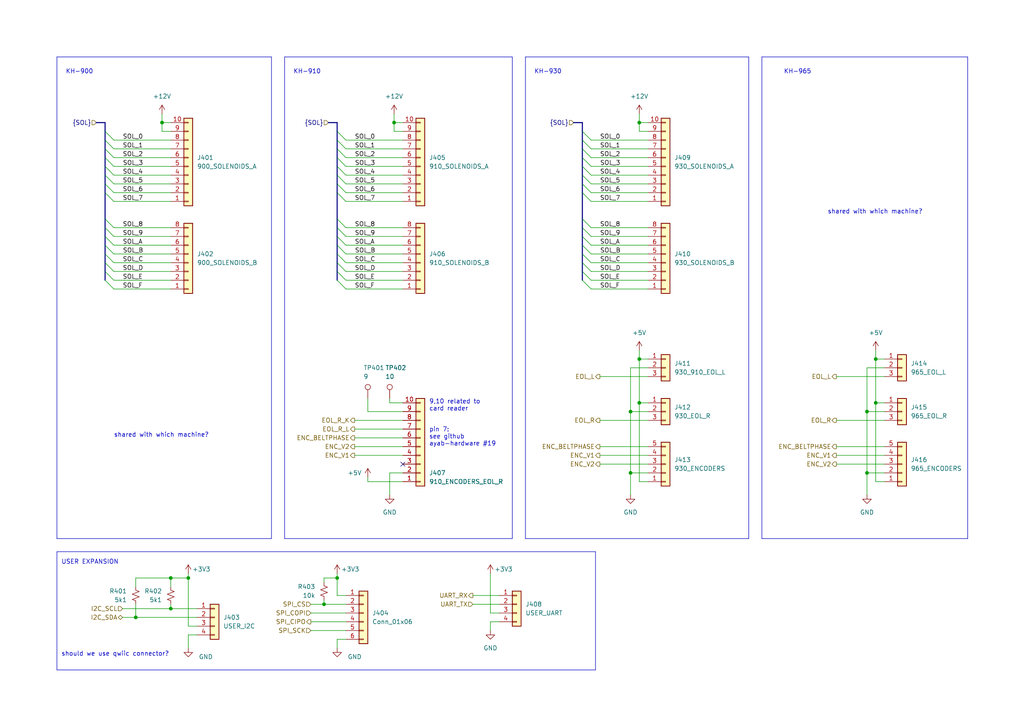
<source format=kicad_sch>
(kicad_sch (version 20230121) (generator eeschema)
  (paper "A4")
  (title_block (title "CONNECTORS") (date "2023-07-17") (rev "0.1") (company "matei") (comment 1 "ayab-knitting.com") (comment 2 "distributed under CC-BY-SA-4.0"))
  (lib_symbols
    (symbol "ayab-esp32:Conn_01x03" (pin_names (offset 1.016) hide)
      (property "Reference" "J" (at 0 5.08 0))
      (property "Value" "Conn_01x03" (at 0 -5.08 0))
      (symbol "Conn_01x03_1_1"
        (rectangle (start -1.27 -2.413) (end 0 -2.667) (stroke (width 0.1524)))
        (rectangle (start -1.27 0.127) (end 0 -0.127) (stroke (width 0.1524)))
        (rectangle (start -1.27 2.667) (end 0 2.413) (stroke (width 0.1524)))
        (rectangle (start -1.27 3.81) (end 1.27 -3.81) (stroke (width 0.254)) (fill (type background)))
        (pin passive line (at -5.08 2.54 0) (length 3.81) (name "Pin_1") (number "1"))
        (pin passive line (at -5.08 0 0) (length 3.81) (name "Pin_2") (number "2"))
        (pin passive line (at -5.08 -2.54 0) (length 3.81) (name "Pin_3") (number "3"))
      )
    )
    (symbol "ayab-esp32:Conn_01x04" (pin_names (offset 1.016) hide)
      (property "Reference" "J" (at 0 5.08 0))
      (property "Value" "Conn_01x04" (at 0 -7.62 0))
      (symbol "Conn_01x04_1_1"
        (rectangle (start -1.27 -4.953) (end 0 -5.207) (stroke (width 0.1524)))
        (rectangle (start -1.27 -2.413) (end 0 -2.667) (stroke (width 0.1524)))
        (rectangle (start -1.27 0.127) (end 0 -0.127) (stroke (width 0.1524)))
        (rectangle (start -1.27 2.667) (end 0 2.413) (stroke (width 0.1524)))
        (rectangle (start -1.27 3.81) (end 1.27 -6.35) (stroke (width 0.254)) (fill (type background)))
        (pin passive line (at -5.08 2.54 0) (length 3.81) (name "Pin_1") (number "1"))
        (pin passive line (at -5.08 0 0) (length 3.81) (name "Pin_2") (number "2"))
        (pin passive line (at -5.08 -2.54 0) (length 3.81) (name "Pin_3") (number "3"))
        (pin passive line (at -5.08 -5.08 0) (length 3.81) (name "Pin_4") (number "4"))
      )
    )
    (symbol "ayab-esp32:Conn_01x05" (pin_names (offset 1.016) hide)
      (property "Reference" "J" (at 0 7.62 0))
      (property "Value" "Conn_01x05" (at 0 -7.62 0))
      (symbol "Conn_01x05_1_1"
        (rectangle (start -1.27 -4.953) (end 0 -5.207) (stroke (width 0.1524)))
        (rectangle (start -1.27 -2.413) (end 0 -2.667) (stroke (width 0.1524)))
        (rectangle (start -1.27 0.127) (end 0 -0.127) (stroke (width 0.1524)))
        (rectangle (start -1.27 2.667) (end 0 2.413) (stroke (width 0.1524)))
        (rectangle (start -1.27 5.207) (end 0 4.953) (stroke (width 0.1524)))
        (rectangle (start -1.27 6.35) (end 1.27 -6.35) (stroke (width 0.254)) (fill (type background)))
        (pin passive line (at -5.08 5.08 0) (length 3.81) (name "Pin_1") (number "1"))
        (pin passive line (at -5.08 2.54 0) (length 3.81) (name "Pin_2") (number "2"))
        (pin passive line (at -5.08 0 0) (length 3.81) (name "Pin_3") (number "3"))
        (pin passive line (at -5.08 -2.54 0) (length 3.81) (name "Pin_4") (number "4"))
        (pin passive line (at -5.08 -5.08 0) (length 3.81) (name "Pin_5") (number "5"))
      )
    )
    (symbol "ayab-esp32:Conn_01x06" (pin_names (offset 1.016) hide)
      (property "Reference" "J" (at 0 7.62 0))
      (property "Value" "Conn_01x06" (at 0 -10.16 0))
      (symbol "Conn_01x06_1_1"
        (rectangle (start -1.27 -7.493) (end 0 -7.747) (stroke (width 0.1524)))
        (rectangle (start -1.27 -4.953) (end 0 -5.207) (stroke (width 0.1524)))
        (rectangle (start -1.27 -2.413) (end 0 -2.667) (stroke (width 0.1524)))
        (rectangle (start -1.27 0.127) (end 0 -0.127) (stroke (width 0.1524)))
        (rectangle (start -1.27 2.667) (end 0 2.413) (stroke (width 0.1524)))
        (rectangle (start -1.27 5.207) (end 0 4.953) (stroke (width 0.1524)))
        (rectangle (start -1.27 6.35) (end 1.27 -8.89) (stroke (width 0.254)) (fill (type background)))
        (pin passive line (at -5.08 5.08 0) (length 3.81) (name "Pin_1") (number "1"))
        (pin passive line (at -5.08 2.54 0) (length 3.81) (name "Pin_2") (number "2"))
        (pin passive line (at -5.08 0 0) (length 3.81) (name "Pin_3") (number "3"))
        (pin passive line (at -5.08 -2.54 0) (length 3.81) (name "Pin_4") (number "4"))
        (pin passive line (at -5.08 -5.08 0) (length 3.81) (name "Pin_5") (number "5"))
        (pin passive line (at -5.08 -7.62 0) (length 3.81) (name "Pin_6") (number "6"))
      )
    )
    (symbol "ayab-esp32:Conn_01x08" (pin_names (offset 1.016) hide)
      (property "Reference" "J" (at 0 10.16 0))
      (property "Value" "Conn_01x08" (at 0 -12.7 0))
      (symbol "Conn_01x08_1_1"
        (rectangle (start -1.27 -10.033) (end 0 -10.287) (stroke (width 0.1524)))
        (rectangle (start -1.27 -7.493) (end 0 -7.747) (stroke (width 0.1524)))
        (rectangle (start -1.27 -4.953) (end 0 -5.207) (stroke (width 0.1524)))
        (rectangle (start -1.27 -2.413) (end 0 -2.667) (stroke (width 0.1524)))
        (rectangle (start -1.27 0.127) (end 0 -0.127) (stroke (width 0.1524)))
        (rectangle (start -1.27 2.667) (end 0 2.413) (stroke (width 0.1524)))
        (rectangle (start -1.27 5.207) (end 0 4.953) (stroke (width 0.1524)))
        (rectangle (start -1.27 7.747) (end 0 7.493) (stroke (width 0.1524)))
        (rectangle (start -1.27 8.89) (end 1.27 -11.43) (stroke (width 0.254)) (fill (type background)))
        (pin passive line (at -5.08 7.62 0) (length 3.81) (name "Pin_1") (number "1"))
        (pin passive line (at -5.08 5.08 0) (length 3.81) (name "Pin_2") (number "2"))
        (pin passive line (at -5.08 2.54 0) (length 3.81) (name "Pin_3") (number "3"))
        (pin passive line (at -5.08 0 0) (length 3.81) (name "Pin_4") (number "4"))
        (pin passive line (at -5.08 -2.54 0) (length 3.81) (name "Pin_5") (number "5"))
        (pin passive line (at -5.08 -5.08 0) (length 3.81) (name "Pin_6") (number "6"))
        (pin passive line (at -5.08 -7.62 0) (length 3.81) (name "Pin_7") (number "7"))
        (pin passive line (at -5.08 -10.16 0) (length 3.81) (name "Pin_8") (number "8"))
      )
    )
    (symbol "ayab-esp32:Conn_01x10" (pin_names (offset 1.016) hide)
      (property "Reference" "J" (at 0 12.7 0))
      (property "Value" "Conn_01x10" (at 0 -15.24 0))
      (symbol "Conn_01x10_1_1"
        (rectangle (start -1.27 -12.573) (end 0 -12.827) (stroke (width 0.1524)))
        (rectangle (start -1.27 -10.033) (end 0 -10.287) (stroke (width 0.1524)))
        (rectangle (start -1.27 -7.493) (end 0 -7.747) (stroke (width 0.1524)))
        (rectangle (start -1.27 -4.953) (end 0 -5.207) (stroke (width 0.1524)))
        (rectangle (start -1.27 -2.413) (end 0 -2.667) (stroke (width 0.1524)))
        (rectangle (start -1.27 0.127) (end 0 -0.127) (stroke (width 0.1524)))
        (rectangle (start -1.27 2.667) (end 0 2.413) (stroke (width 0.1524)))
        (rectangle (start -1.27 5.207) (end 0 4.953) (stroke (width 0.1524)))
        (rectangle (start -1.27 7.747) (end 0 7.493) (stroke (width 0.1524)))
        (rectangle (start -1.27 10.287) (end 0 10.033) (stroke (width 0.1524)))
        (rectangle (start -1.27 11.43) (end 1.27 -13.97) (stroke (width 0.254)) (fill (type background)))
        (pin passive line (at -5.08 10.16 0) (length 3.81) (name "Pin_1") (number "1"))
        (pin passive line (at -5.08 -12.7 0) (length 3.81) (name "Pin_10") (number "10"))
        (pin passive line (at -5.08 7.62 0) (length 3.81) (name "Pin_2") (number "2"))
        (pin passive line (at -5.08 5.08 0) (length 3.81) (name "Pin_3") (number "3"))
        (pin passive line (at -5.08 2.54 0) (length 3.81) (name "Pin_4") (number "4"))
        (pin passive line (at -5.08 0 0) (length 3.81) (name "Pin_5") (number "5"))
        (pin passive line (at -5.08 -2.54 0) (length 3.81) (name "Pin_6") (number "6"))
        (pin passive line (at -5.08 -5.08 0) (length 3.81) (name "Pin_7") (number "7"))
        (pin passive line (at -5.08 -7.62 0) (length 3.81) (name "Pin_8") (number "8"))
        (pin passive line (at -5.08 -10.16 0) (length 3.81) (name "Pin_9") (number "9"))
      )
    )
    (symbol "ayab-esp32:R_Small_US" (pin_numbers hide) (pin_names (offset 0.254) hide)
      (property "Reference" "R" (at 0.762 0.508 0))
      (property "Value" "R_Small_US" (at 0.762 -1.016 0))
      (symbol "R_Small_US_1_1"
        (polyline (pts (xy 0 0) (xy 1.016 -0.381) (xy 0 -0.762) (xy -1.016 -1.143) (xy 0 -1.524)))
        (polyline (pts (xy 0 1.524) (xy 1.016 1.143) (xy 0 0.762) (xy -1.016 0.381) (xy 0 0)))
        (pin passive line (at 0 2.54 270) (length 1.016) (name "~") (number "1"))
        (pin passive line (at 0 -2.54 90) (length 1.016) (name "~") (number "2"))
      )
    )
    (symbol "ayab-esp32:TestPoint" (pin_numbers hide) (pin_names (offset 0.762) hide)
      (property "Reference" "TP" (at 0 6.858 0))
      (property "Value" "TestPoint" (at 0 5.08 0))
      (symbol "TestPoint_0_1"
        (circle (center 0 3.302) (radius 0.762))
      )
      (symbol "TestPoint_1_1"
        (pin passive line (at 0 0 90) (length 2.54) (name "1") (number "1"))
      )
    )
    (symbol "power:+12V" (power) (pin_names (offset 0))
      (property "Value" "+12V" (at 0 3.556 0))
      (symbol "+12V_0_1"
        (polyline (pts (xy -0.762 1.27) (xy 0 2.54)))
        (polyline (pts (xy 0 0) (xy 0 2.54)))
        (polyline (pts (xy 0 2.54) (xy 0.762 1.27)))
      )
      (symbol "+12V_1_1"
        (pin power_in line (at 0 0 90) (length 0) hide (name "+12V") (number "1"))
      )
    )
    (symbol "power:+3V3" (power) (pin_names (offset 0))
      (property "Value" "+3V3" (at 0 3.556 0))
      (symbol "+3V3_0_1"
        (polyline (pts (xy -0.762 1.27) (xy 0 2.54)))
        (polyline (pts (xy 0 0) (xy 0 2.54)))
        (polyline (pts (xy 0 2.54) (xy 0.762 1.27)))
      )
      (symbol "+3V3_1_1"
        (pin power_in line (at 0 0 90) (length 0) hide (name "+3V3") (number "1"))
      )
    )
    (symbol "power:+5V" (power) (pin_names (offset 0))
      (property "Value" "+5V" (at 0 3.556 0))
      (symbol "+5V_0_1"
        (polyline (pts (xy -0.762 1.27) (xy 0 2.54)))
        (polyline (pts (xy 0 0) (xy 0 2.54)))
        (polyline (pts (xy 0 2.54) (xy 0.762 1.27)))
      )
      (symbol "+5V_1_1"
        (pin power_in line (at 0 0 90) (length 0) hide (name "+5V") (number "1"))
      )
    )
    (symbol "power:GND" (power) (pin_names (offset 0))
      (property "Value" "GND" (at 0 -3.81 0))
      (symbol "GND_0_1"
        (polyline (pts (xy 0 0) (xy 0 -1.27) (xy 1.27 -1.27) (xy 0 -2.54) (xy -1.27 -1.27) (xy 0 -1.27)))
      )
      (symbol "GND_1_1"
        (pin power_in line (at 0 0 270) (length 0) hide (name "GND") (number "1"))
      )
    )
  )
  (junction (at 185.42 104.14))
  (junction (at 254 104.14))
  (junction (at 182.88 119.38))
  (junction (at 185.42 116.84))
  (junction (at 49.53 167.64))
  (junction (at 251.46 119.38))
  (junction (at 254 116.84))
  (junction (at 39.37 179.07))
  (junction (at 185.42 35.56))
  (junction (at 49.53 176.53))
  (junction (at 251.46 137.16))
  (junction (at 93.98 175.26))
  (junction (at 97.79 167.64))
  (junction (at 114.3 35.56))
  (junction (at 46.99 35.56))
  (junction (at 182.88 137.16))
  (junction (at 54.61 167.64))
  (no_connect (at 116.84 134.62))
  (bus_entry (at 168.91 43.18) (size 2.54 2.54))
  (bus_entry (at 30.48 45.72) (size 2.54 2.54))
  (bus_entry (at 168.91 38.1) (size 2.54 2.54))
  (bus_entry (at 97.79 76.2) (size 2.54 2.54))
  (bus_entry (at 97.79 71.12) (size 2.54 2.54))
  (bus_entry (at 168.91 53.34) (size 2.54 2.54))
  (bus_entry (at 168.91 78.74) (size 2.54 2.54))
  (bus_entry (at 97.79 50.8) (size 2.54 2.54))
  (bus_entry (at 97.79 48.26) (size 2.54 2.54))
  (bus_entry (at 30.48 73.66) (size 2.54 2.54))
  (bus_entry (at 97.79 38.1) (size 2.54 2.54))
  (bus_entry (at 97.79 81.28) (size 2.54 2.54))
  (bus_entry (at 97.79 53.34) (size 2.54 2.54))
  (bus_entry (at 30.48 53.34) (size 2.54 2.54))
  (bus_entry (at 30.48 43.18) (size 2.54 2.54))
  (bus_entry (at 30.48 78.74) (size 2.54 2.54))
  (bus_entry (at 97.79 68.58) (size 2.54 2.54))
  (bus_entry (at 168.91 68.58) (size 2.54 2.54))
  (bus_entry (at 168.91 55.88) (size 2.54 2.54))
  (bus_entry (at 30.48 48.26) (size 2.54 2.54))
  (bus_entry (at 30.48 40.64) (size 2.54 2.54))
  (bus_entry (at 30.48 71.12) (size 2.54 2.54))
  (bus_entry (at 30.48 55.88) (size 2.54 2.54))
  (bus_entry (at 97.79 73.66) (size 2.54 2.54))
  (bus_entry (at 97.79 78.74) (size 2.54 2.54))
  (bus_entry (at 97.79 45.72) (size 2.54 2.54))
  (bus_entry (at 168.91 81.28) (size 2.54 2.54))
  (bus_entry (at 30.48 63.5) (size 2.54 2.54))
  (bus_entry (at 30.48 50.8) (size 2.54 2.54))
  (bus_entry (at 30.48 76.2) (size 2.54 2.54))
  (bus_entry (at 168.91 48.26) (size 2.54 2.54))
  (bus_entry (at 168.91 63.5) (size 2.54 2.54))
  (bus_entry (at 168.91 50.8) (size 2.54 2.54))
  (bus_entry (at 97.79 40.64) (size 2.54 2.54))
  (bus_entry (at 168.91 73.66) (size 2.54 2.54))
  (bus_entry (at 97.79 43.18) (size 2.54 2.54))
  (bus_entry (at 168.91 40.64) (size 2.54 2.54))
  (bus_entry (at 30.48 38.1) (size 2.54 2.54))
  (bus_entry (at 97.79 63.5) (size 2.54 2.54))
  (bus_entry (at 30.48 68.58) (size 2.54 2.54))
  (bus_entry (at 168.91 45.72) (size 2.54 2.54))
  (bus_entry (at 97.79 66.04) (size 2.54 2.54))
  (bus_entry (at 168.91 66.04) (size 2.54 2.54))
  (bus_entry (at 168.91 71.12) (size 2.54 2.54))
  (bus_entry (at 30.48 81.28) (size 2.54 2.54))
  (bus_entry (at 97.79 55.88) (size 2.54 2.54))
  (bus_entry (at 168.91 76.2) (size 2.54 2.54))
  (bus_entry (at 30.48 66.04) (size 2.54 2.54))
  (wire (pts (xy 102.87 127) (xy 116.84 127)))
  (wire (pts (xy 100.33 43.18) (xy 116.84 43.18)))
  (wire (pts (xy 185.42 104.14) (xy 185.42 116.84)))
  (bus (pts (xy 168.91 78.74) (xy 168.91 81.28)))
  (wire (pts (xy 113.03 137.16) (xy 116.84 137.16)))
  (wire (pts (xy 102.87 129.54) (xy 116.84 129.54)))
  (wire (pts (xy 185.42 104.14) (xy 187.96 104.14)))
  (wire (pts (xy 113.03 137.16) (xy 113.03 143.51)))
  (polyline (pts (xy 16.51 16.51) (xy 16.51 156.21)))
  (wire (pts (xy 114.3 35.56) (xy 114.3 38.1)))
  (wire (pts (xy 254 104.14) (xy 254 116.84)))
  (wire (pts (xy 46.99 38.1) (xy 49.53 38.1)))
  (bus (pts (xy 30.48 35.56) (xy 27.94 35.56)))
  (wire (pts (xy 142.24 177.8) (xy 142.24 166.37)))
  (polyline (pts (xy 220.98 156.21) (xy 280.67 156.21)))
  (wire (pts (xy 100.33 55.88) (xy 116.84 55.88)))
  (bus (pts (xy 30.48 38.1) (xy 30.48 40.64)))
  (wire (pts (xy 100.33 40.64) (xy 116.84 40.64)))
  (wire (pts (xy 100.33 58.42) (xy 116.84 58.42)))
  (wire (pts (xy 33.02 43.18) (xy 49.53 43.18)))
  (bus (pts (xy 97.79 78.74) (xy 97.79 81.28)))
  (wire (pts (xy 100.33 45.72) (xy 116.84 45.72)))
  (wire (pts (xy 100.33 73.66) (xy 116.84 73.66)))
  (bus (pts (xy 168.91 35.56) (xy 168.91 38.1)))
  (wire (pts (xy 171.45 45.72) (xy 187.96 45.72)))
  (wire (pts (xy 39.37 175.26) (xy 39.37 179.07)))
  (bus (pts (xy 97.79 76.2) (xy 97.79 78.74)))
  (bus (pts (xy 30.48 35.56) (xy 30.48 38.1)))
  (polyline (pts (xy 78.74 156.21) (xy 78.74 16.51)))
  (wire (pts (xy 137.16 172.72) (xy 144.78 172.72)))
  (wire (pts (xy 33.02 40.64) (xy 49.53 40.64)))
  (bus (pts (xy 30.48 63.5) (xy 30.48 66.04)))
  (wire (pts (xy 182.88 106.68) (xy 182.88 119.38)))
  (bus (pts (xy 168.91 66.04) (xy 168.91 68.58)))
  (wire (pts (xy 242.57 121.92) (xy 256.54 121.92)))
  (bus (pts (xy 30.48 40.64) (xy 30.48 43.18)))
  (bus (pts (xy 97.79 45.72) (xy 97.79 48.26)))
  (wire (pts (xy 185.42 35.56) (xy 185.42 38.1)))
  (wire (pts (xy 97.79 167.64) (xy 97.79 172.72)))
  (wire (pts (xy 171.45 48.26) (xy 187.96 48.26)))
  (bus (pts (xy 168.91 35.56) (xy 166.37 35.56)))
  (wire (pts (xy 33.02 45.72) (xy 49.53 45.72)))
  (wire (pts (xy 33.02 48.26) (xy 49.53 48.26)))
  (wire (pts (xy 185.42 33.02) (xy 185.42 35.56)))
  (wire (pts (xy 171.45 76.2) (xy 187.96 76.2)))
  (wire (pts (xy 46.99 35.56) (xy 49.53 35.56)))
  (wire (pts (xy 100.33 172.72) (xy 97.79 172.72)))
  (wire (pts (xy 187.96 106.68) (xy 182.88 106.68)))
  (wire (pts (xy 171.45 78.74) (xy 187.96 78.74)))
  (wire (pts (xy 106.68 119.38) (xy 106.68 115.57)))
  (wire (pts (xy 33.02 66.04) (xy 49.53 66.04)))
  (wire (pts (xy 49.53 167.64) (xy 49.53 170.18)))
  (wire (pts (xy 242.57 109.22) (xy 256.54 109.22)))
  (bus (pts (xy 168.91 43.18) (xy 168.91 45.72)))
  (wire (pts (xy 97.79 166.37) (xy 97.79 167.64)))
  (wire (pts (xy 113.03 116.84) (xy 113.03 115.57)))
  (polyline (pts (xy 148.59 156.21) (xy 148.59 16.51)))
  (wire (pts (xy 256.54 106.68) (xy 251.46 106.68)))
  (polyline (pts (xy 220.98 16.51) (xy 280.67 16.51)))
  (wire (pts (xy 251.46 119.38) (xy 251.46 137.16)))
  (bus (pts (xy 30.48 68.58) (xy 30.48 71.12)))
  (wire (pts (xy 100.33 83.82) (xy 116.84 83.82)))
  (wire (pts (xy 171.45 66.04) (xy 187.96 66.04)))
  (wire (pts (xy 54.61 167.64) (xy 49.53 167.64)))
  (wire (pts (xy 93.98 175.26) (xy 100.33 175.26)))
  (wire (pts (xy 33.02 68.58) (xy 49.53 68.58)))
  (wire (pts (xy 173.99 134.62) (xy 187.96 134.62)))
  (bus (pts (xy 168.91 50.8) (xy 168.91 53.34)))
  (wire (pts (xy 114.3 38.1) (xy 116.84 38.1)))
  (wire (pts (xy 33.02 50.8) (xy 49.53 50.8)))
  (polyline (pts (xy 16.51 156.21) (xy 78.74 156.21)))
  (wire (pts (xy 100.33 53.34) (xy 116.84 53.34)))
  (bus (pts (xy 168.91 40.64) (xy 168.91 43.18)))
  (wire (pts (xy 242.57 134.62) (xy 256.54 134.62)))
  (bus (pts (xy 30.48 55.88) (xy 30.48 63.5)))
  (wire (pts (xy 185.42 101.6) (xy 185.42 104.14)))
  (wire (pts (xy 35.56 176.53) (xy 49.53 176.53)))
  (bus (pts (xy 97.79 35.56) (xy 97.79 38.1)))
  (polyline (pts (xy 16.51 194.31) (xy 172.72 194.31)))
  (wire (pts (xy 182.88 119.38) (xy 187.96 119.38)))
  (wire (pts (xy 114.3 33.02) (xy 114.3 35.56)))
  (wire (pts (xy 254 139.7) (xy 254 116.84)))
  (polyline (pts (xy 82.55 16.51) (xy 148.59 16.51)))
  (wire (pts (xy 256.54 139.7) (xy 254 139.7)))
  (wire (pts (xy 144.78 180.34) (xy 142.24 180.34)))
  (wire (pts (xy 187.96 139.7) (xy 185.42 139.7)))
  (wire (pts (xy 102.87 121.92) (xy 116.84 121.92)))
  (bus (pts (xy 97.79 53.34) (xy 97.79 55.88)))
  (wire (pts (xy 171.45 43.18) (xy 187.96 43.18)))
  (polyline (pts (xy 152.4 16.51) (xy 152.4 156.21)))
  (wire (pts (xy 46.99 33.02) (xy 46.99 35.56)))
  (bus (pts (xy 97.79 48.26) (xy 97.79 50.8)))
  (wire (pts (xy 54.61 167.64) (xy 54.61 181.61)))
  (polyline (pts (xy 217.17 156.21) (xy 217.17 16.51)))
  (wire (pts (xy 49.53 175.26) (xy 49.53 176.53)))
  (wire (pts (xy 171.45 73.66) (xy 187.96 73.66)))
  (wire (pts (xy 100.33 76.2) (xy 116.84 76.2)))
  (wire (pts (xy 171.45 81.28) (xy 187.96 81.28)))
  (polyline (pts (xy 16.51 160.02) (xy 172.72 160.02)))
  (bus (pts (xy 97.79 38.1) (xy 97.79 40.64)))
  (wire (pts (xy 90.17 177.8) (xy 100.33 177.8)))
  (wire (pts (xy 251.46 106.68) (xy 251.46 119.38)))
  (wire (pts (xy 100.33 81.28) (xy 116.84 81.28)))
  (wire (pts (xy 106.68 138.43) (xy 106.68 139.7)))
  (wire (pts (xy 173.99 121.92) (xy 187.96 121.92)))
  (wire (pts (xy 137.16 175.26) (xy 144.78 175.26)))
  (polyline (pts (xy 280.67 156.21) (xy 280.67 16.51)))
  (wire (pts (xy 171.45 50.8) (xy 187.96 50.8)))
  (wire (pts (xy 171.45 40.64) (xy 187.96 40.64)))
  (wire (pts (xy 33.02 58.42) (xy 49.53 58.42)))
  (polyline (pts (xy 82.55 16.51) (xy 82.55 156.21)))
  (wire (pts (xy 93.98 175.26) (xy 93.98 173.99)))
  (bus (pts (xy 97.79 71.12) (xy 97.79 73.66)))
  (wire (pts (xy 251.46 119.38) (xy 256.54 119.38)))
  (bus (pts (xy 97.79 66.04) (xy 97.79 68.58)))
  (wire (pts (xy 90.17 180.34) (xy 100.33 180.34)))
  (bus (pts (xy 97.79 63.5) (xy 97.79 66.04)))
  (wire (pts (xy 49.53 176.53) (xy 57.15 176.53)))
  (wire (pts (xy 171.45 83.82) (xy 187.96 83.82)))
  (bus (pts (xy 30.48 50.8) (xy 30.48 53.34)))
  (polyline (pts (xy 16.51 160.02) (xy 16.51 194.31)))
  (polyline (pts (xy 16.51 16.51) (xy 78.74 16.51)))
  (wire (pts (xy 100.33 185.42) (xy 97.79 185.42)))
  (bus (pts (xy 30.48 76.2) (xy 30.48 78.74)))
  (bus (pts (xy 168.91 63.5) (xy 168.91 66.04)))
  (wire (pts (xy 100.33 48.26) (xy 116.84 48.26)))
  (wire (pts (xy 251.46 137.16) (xy 251.46 143.51)))
  (bus (pts (xy 30.48 53.34) (xy 30.48 55.88)))
  (wire (pts (xy 173.99 129.54) (xy 187.96 129.54)))
  (bus (pts (xy 168.91 53.34) (xy 168.91 55.88)))
  (wire (pts (xy 33.02 83.82) (xy 49.53 83.82)))
  (polyline (pts (xy 82.55 156.21) (xy 148.59 156.21)))
  (wire (pts (xy 46.99 35.56) (xy 46.99 38.1)))
  (wire (pts (xy 182.88 137.16) (xy 187.96 137.16)))
  (bus (pts (xy 97.79 73.66) (xy 97.79 76.2)))
  (wire (pts (xy 102.87 132.08) (xy 116.84 132.08)))
  (bus (pts (xy 30.48 71.12) (xy 30.48 73.66)))
  (wire (pts (xy 100.33 78.74) (xy 116.84 78.74)))
  (wire (pts (xy 142.24 180.34) (xy 142.24 182.88)))
  (wire (pts (xy 185.42 35.56) (xy 187.96 35.56)))
  (wire (pts (xy 100.33 50.8) (xy 116.84 50.8)))
  (bus (pts (xy 97.79 55.88) (xy 97.79 63.5)))
  (wire (pts (xy 33.02 73.66) (xy 49.53 73.66)))
  (wire (pts (xy 106.68 139.7) (xy 116.84 139.7)))
  (wire (pts (xy 173.99 109.22) (xy 187.96 109.22)))
  (bus (pts (xy 97.79 35.56) (xy 95.25 35.56)))
  (polyline (pts (xy 172.72 194.31) (xy 172.72 160.02)))
  (bus (pts (xy 97.79 40.64) (xy 97.79 43.18)))
  (bus (pts (xy 168.91 48.26) (xy 168.91 50.8)))
  (wire (pts (xy 102.87 124.46) (xy 116.84 124.46)))
  (wire (pts (xy 116.84 119.38) (xy 106.68 119.38)))
  (wire (pts (xy 33.02 53.34) (xy 49.53 53.34)))
  (polyline (pts (xy 152.4 16.51) (xy 217.17 16.51)))
  (polyline (pts (xy 152.4 156.21) (xy 217.17 156.21)))
  (wire (pts (xy 39.37 167.64) (xy 39.37 170.18)))
  (wire (pts (xy 144.78 177.8) (xy 142.24 177.8)))
  (wire (pts (xy 33.02 81.28) (xy 49.53 81.28)))
  (wire (pts (xy 93.98 167.64) (xy 93.98 168.91)))
  (bus (pts (xy 30.48 73.66) (xy 30.48 76.2)))
  (wire (pts (xy 242.57 129.54) (xy 256.54 129.54)))
  (wire (pts (xy 185.42 139.7) (xy 185.42 116.84)))
  (wire (pts (xy 33.02 55.88) (xy 49.53 55.88)))
  (wire (pts (xy 254 101.6) (xy 254 104.14)))
  (bus (pts (xy 30.48 48.26) (xy 30.48 50.8)))
  (wire (pts (xy 171.45 71.12) (xy 187.96 71.12)))
  (wire (pts (xy 90.17 175.26) (xy 93.98 175.26)))
  (bus (pts (xy 168.91 76.2) (xy 168.91 78.74)))
  (wire (pts (xy 185.42 116.84) (xy 187.96 116.84)))
  (wire (pts (xy 116.84 116.84) (xy 113.03 116.84)))
  (wire (pts (xy 57.15 181.61) (xy 54.61 181.61)))
  (wire (pts (xy 39.37 179.07) (xy 57.15 179.07)))
  (wire (pts (xy 33.02 76.2) (xy 49.53 76.2)))
  (wire (pts (xy 173.99 132.08) (xy 187.96 132.08)))
  (polyline (pts (xy 220.98 16.51) (xy 220.98 156.21)))
  (wire (pts (xy 54.61 166.37) (xy 54.61 167.64)))
  (wire (pts (xy 33.02 71.12) (xy 49.53 71.12)))
  (bus (pts (xy 30.48 66.04) (xy 30.48 68.58)))
  (wire (pts (xy 171.45 53.34) (xy 187.96 53.34)))
  (wire (pts (xy 254 104.14) (xy 256.54 104.14)))
  (bus (pts (xy 168.91 73.66) (xy 168.91 76.2)))
  (bus (pts (xy 30.48 45.72) (xy 30.48 48.26)))
  (wire (pts (xy 97.79 185.42) (xy 97.79 187.96)))
  (wire (pts (xy 251.46 137.16) (xy 256.54 137.16)))
  (wire (pts (xy 114.3 35.56) (xy 116.84 35.56)))
  (wire (pts (xy 242.57 132.08) (xy 256.54 132.08)))
  (wire (pts (xy 49.53 167.64) (xy 39.37 167.64)))
  (bus (pts (xy 97.79 50.8) (xy 97.79 53.34)))
  (bus (pts (xy 97.79 43.18) (xy 97.79 45.72)))
  (wire (pts (xy 90.17 182.88) (xy 100.33 182.88)))
  (wire (pts (xy 171.45 68.58) (xy 187.96 68.58)))
  (bus (pts (xy 168.91 68.58) (xy 168.91 71.12)))
  (wire (pts (xy 100.33 71.12) (xy 116.84 71.12)))
  (wire (pts (xy 35.56 179.07) (xy 39.37 179.07)))
  (wire (pts (xy 182.88 119.38) (xy 182.88 137.16)))
  (wire (pts (xy 93.98 167.64) (xy 97.79 167.64)))
  (bus (pts (xy 168.91 38.1) (xy 168.91 40.64)))
  (bus (pts (xy 30.48 43.18) (xy 30.48 45.72)))
  (wire (pts (xy 182.88 137.16) (xy 182.88 143.51)))
  (wire (pts (xy 185.42 38.1) (xy 187.96 38.1)))
  (wire (pts (xy 54.61 184.15) (xy 57.15 184.15)))
  (wire (pts (xy 33.02 78.74) (xy 49.53 78.74)))
  (bus (pts (xy 168.91 71.12) (xy 168.91 73.66)))
  (wire (pts (xy 254 116.84) (xy 256.54 116.84)))
  (wire (pts (xy 171.45 55.88) (xy 187.96 55.88)))
  (bus (pts (xy 168.91 55.88) (xy 168.91 63.5)))
  (wire (pts (xy 171.45 58.42) (xy 187.96 58.42)))
  (bus (pts (xy 168.91 45.72) (xy 168.91 48.26)))
  (wire (pts (xy 100.33 68.58) (xy 116.84 68.58)))
  (bus (pts (xy 97.79 68.58) (xy 97.79 71.12)))
  (wire (pts (xy 54.61 184.15) (xy 54.61 187.96)))
  (wire (pts (xy 100.33 66.04) (xy 116.84 66.04)))
  (bus (pts (xy 30.48 78.74) (xy 30.48 81.28)))
  (text "KH-965" (at 227.33 21.59 0) (effects (font (size 1.27 1.27)) (justify left bottom)))
  (text "shared with which machine?" (at 33.02 127 0) (effects (font (size 1.27 1.27)) (justify left bottom)))
  (text "KH-910" (at 85.09 21.59 0) (effects (font (size 1.27 1.27)) (justify left bottom)))
  (text "USER EXPANSION" (at 17.78 163.83 0) (effects (font (size 1.27 1.27)) (justify left bottom)))
  (text "should we use qwiic connector?" (at 17.78 190.5 0) (effects (font (size 1.27 1.27)) (justify left bottom)))
  (text "9,10 related to\ncard reader " (at 124.46 119.38 0) (effects (font (size 1.27 1.27)) (justify left bottom)))
  (text "shared with which machine?" (at 240.03 62.23 0) (effects (font (size 1.27 1.27)) (justify left bottom)))
  (text "KH-930" (at 154.94 21.59 0) (effects (font (size 1.27 1.27)) (justify left bottom)))
  (text "pin 7:\nsee github\nayab-hardware #19" (at 124.46 129.54 0) (effects (font (size 1.27 1.27)) (justify left bottom)))
  (text "KH-900\n" (at 19.05 21.59 0) (effects (font (size 1.27 1.27)) (justify left bottom)))
  (label "SOL_F" (at 102.87 83.82 0))
  (label "SOL_1" (at 35.56 43.18 0))
  (label "SOL_9" (at 173.99 68.58 0))
  (label "SOL_E" (at 102.87 81.28 0))
  (label "SOL_D" (at 35.56 78.74 0))
  (label "SOL_0" (at 173.99 40.64 0))
  (label "SOL_4" (at 173.99 50.8 0))
  (label "SOL_6" (at 173.99 55.88 0))
  (label "SOL_A" (at 102.87 71.12 0))
  (label "SOL_3" (at 174.0262 48.26 0))
  (label "SOL_F" (at 173.99 83.82 0))
  (label "SOL_5" (at 102.87 53.34 0))
  (label "SOL_C" (at 102.87 76.2 0))
  (label "SOL_7" (at 102.87 58.42 0))
  (label "SOL_9" (at 35.56 68.58 0))
  (label "SOL_8" (at 173.99 66.04 0))
  (label "SOL_4" (at 102.87 50.8 0))
  (label "SOL_3" (at 102.9062 48.26 0))
  (label "SOL_6" (at 102.87 55.88 0))
  (label "SOL_2" (at 102.87 45.72 0))
  (label "SOL_C" (at 173.99 76.2 0))
  (label "SOL_4" (at 35.56 50.8 0))
  (label "SOL_D" (at 102.87 78.74 0))
  (label "SOL_1" (at 102.87 43.18 0))
  (label "SOL_6" (at 35.56 55.88 0))
  (label "SOL_8" (at 102.87 66.04 0))
  (label "SOL_E" (at 173.99 81.28 0))
  (label "SOL_E" (at 35.56 81.28 0))
  (label "SOL_C" (at 35.56 76.2 0))
  (label "SOL_2" (at 173.99 45.72 0))
  (label "SOL_7" (at 35.56 58.42 0))
  (label "SOL_5" (at 173.99 53.34 0))
  (label "SOL_0" (at 35.56 40.64 0))
  (label "SOL_F" (at 35.56 83.82 0))
  (label "SOL_1" (at 173.99 43.18 0))
  (label "SOL_3" (at 35.5962 48.26 0))
  (label "SOL_B" (at 102.9062 73.66 0))
  (label "SOL_B" (at 174.0262 73.66 0))
  (label "SOL_A" (at 173.99 71.12 0))
  (label "SOL_A" (at 35.56 71.12 0))
  (label "SOL_2" (at 35.56 45.72 0))
  (label "SOL_8" (at 35.56 66.04 0))
  (label "SOL_7" (at 173.99 58.42 0))
  (label "SOL_9" (at 102.87 68.58 0))
  (label "SOL_0" (at 102.87 40.64 0))
  (label "SOL_5" (at 35.56 53.34 0))
  (label "SOL_D" (at 173.99 78.74 0))
  (label "SOL_B" (at 35.5962 73.66 0))
  (hierarchical_label "EOL_L" (shape output) (at 173.99 109.22 180))
  (hierarchical_label "{SOL}" (shape input) (at 27.94 35.56 180))
  (hierarchical_label "EOL_R_K" (shape output) (at 102.87 121.92 180))
  (hierarchical_label "I2C_SDA" (shape bidirectional) (at 35.56 179.07 180))
  (hierarchical_label "EOL_R" (shape output) (at 242.57 121.92 180))
  (hierarchical_label "ENC_V2" (shape output) (at 242.57 134.62 180))
  (hierarchical_label "ENC_V2" (shape output) (at 173.99 134.62 180))
  (hierarchical_label "I2C_SCL" (shape input) (at 35.56 176.53 180))
  (hierarchical_label "ENC_BELTPHASE" (shape output) (at 102.87 127 180))
  (hierarchical_label "ENC_BELTPHASE" (shape output) (at 242.57 129.54 180))
  (hierarchical_label "{SOL}" (shape input) (at 166.37 35.56 180))
  (hierarchical_label "UART_RX" (shape output) (at 137.16 172.72 180))
  (hierarchical_label "SPI_COPI" (shape input) (at 90.17 177.8 180))
  (hierarchical_label "EOL_L" (shape output) (at 242.57 109.22 180))
  (hierarchical_label "ENC_V1" (shape output) (at 173.99 132.08 180))
  (hierarchical_label "EOL_R_L" (shape output) (at 102.87 124.46 180))
  (hierarchical_label "SPI_CIPO" (shape output) (at 90.17 180.34 180))
  (hierarchical_label "ENC_V1" (shape output) (at 102.87 132.08 180))
  (hierarchical_label "{SOL}" (shape input) (at 95.25 35.56 180))
  (hierarchical_label "UART_TX" (shape input) (at 137.16 175.26 180))
  (hierarchical_label "EOL_R" (shape output) (at 173.99 121.92 180))
  (hierarchical_label "ENC_V2" (shape output) (at 102.87 129.54 180))
  (hierarchical_label "ENC_BELTPHASE" (shape output) (at 173.99 129.54 180))
  (hierarchical_label "SPI_SCK" (shape input) (at 90.17 182.88 180))
  (hierarchical_label "SPI_CS" (shape input) (at 90.17 175.26 180))
  (hierarchical_label "ENC_V1" (shape output) (at 242.57 132.08 180))
  (symbol (lib_id "power:+5V") (at 254 101.6 0) (unit 1)
    (property "Reference" "#PWR0415" (effects hide))
    (property "Value" "+5V" (at 254 96.52 0))
  )
  (symbol (lib_id "power:+3V3") (at 97.79 166.37 0) (unit 1)
    (property "Reference" "#PWR0404" (effects hide))
    (property "Value" "+3V3" (at 101.6 165.1 0))
  )
  (symbol (lib_id "ayab-esp32:R_Small_US") (at 49.53 172.72 0) (unit 1)
    (property "Reference" "R402" (at 46.99 171.45 0) (effects (justify right)))
    (property "Value" "5k1" (at 46.99 173.99 0) (effects (justify right)))
  )
  (symbol (lib_id "power:+3V3") (at 54.61 166.37 0) (unit 1)
    (property "Reference" "#PWR0402" (effects hide))
    (property "Value" "+3V3" (at 58.42 165.1 0))
  )
  (symbol (lib_id "ayab-esp32:Conn_01x04") (at 62.23 179.07 0) (unit 1)
    (property "Reference" "J403" (at 64.77 179.07 0) (effects (justify left)))
    (property "Value" "USER_I2C" (at 64.77 181.61 0) (effects (justify left)))
  )
  (symbol (lib_id "power:+5V") (at 185.42 101.6 0) (unit 1)
    (property "Reference" "#PWR0413" (effects hide))
    (property "Value" "+5V" (at 185.42 96.52 0))
  )
  (symbol (lib_id "ayab-esp32:Conn_01x05") (at 261.62 134.62 0) (mirror x) (unit 1)
    (property "Reference" "J416" (at 264.16 133.35 0) (effects (justify left)))
    (property "Value" "965_ENCODERS" (at 264.16 135.89 0) (effects (justify left)))
  )
  (symbol (lib_id "ayab-esp32:Conn_01x03") (at 261.62 106.68 0) (unit 1)
    (property "Reference" "J414" (at 264.16 105.41 0) (effects (justify left)))
    (property "Value" "965_EOL_L" (at 264.16 107.95 0) (effects (justify left)))
  )
  (symbol (lib_id "power:GND") (at 54.61 187.96 0) (unit 1)
    (property "Reference" "#PWR0403" (effects hide))
    (property "Value" "GND" (at 59.69 190.5 0))
  )
  (symbol (lib_id "ayab-esp32:TestPoint") (at 113.03 115.57 0) (unit 1)
    (property "Reference" "TP402" (at 111.76 106.68 0) (effects (justify left)))
    (property "Value" "10" (at 111.76 109.22 0) (effects (justify left)))
  )
  (symbol (lib_id "ayab-esp32:Conn_01x03") (at 193.04 106.68 0) (unit 1)
    (property "Reference" "J411" (at 195.58 105.41 0) (effects (justify left)))
    (property "Value" "930_910_EOL_L" (at 195.58 107.95 0) (effects (justify left)))
  )
  (symbol (lib_id "ayab-esp32:Conn_01x08") (at 121.92 76.2 0) (mirror x) (unit 1)
    (property "Reference" "J406" (at 124.46 73.66 0) (effects (justify left)))
    (property "Value" "910_SOLENOIDS_B" (at 124.46 76.2 0) (effects (justify left)))
  )
  (symbol (lib_id "power:+12V") (at 114.3 33.02 0) (unit 1)
    (property "Reference" "#PWR0408" (effects hide))
    (property "Value" "+12V" (at 114.3 27.94 0))
  )
  (symbol (lib_id "ayab-esp32:R_Small_US") (at 39.37 172.72 0) (unit 1)
    (property "Reference" "R401" (at 36.83 171.45 0) (effects (justify right)))
    (property "Value" "5k1" (at 36.83 173.99 0) (effects (justify right)))
  )
  (symbol (lib_id "power:+3V3") (at 142.24 166.37 0) (unit 1)
    (property "Reference" "#PWR0409" (effects hide))
    (property "Value" "+3V3" (at 146.05 165.1 0))
  )
  (symbol (lib_id "ayab-esp32:Conn_01x10") (at 193.04 48.26 0) (mirror x) (unit 1)
    (property "Reference" "J409" (at 195.58 45.72 0) (effects (justify left)))
    (property "Value" "930_SOLENOIDS_A" (at 195.58 48.26 0) (effects (justify left)))
  )
  (symbol (lib_id "power:GND") (at 142.24 182.88 0) (unit 1)
    (property "Reference" "#PWR0410" (effects hide))
    (property "Value" "GND" (at 142.24 187.96 0))
  )
  (symbol (lib_id "power:GND") (at 251.46 143.51 0) (unit 1)
    (property "Reference" "#PWR0414" (effects hide))
    (property "Value" "GND" (at 251.46 148.59 0))
  )
  (symbol (lib_id "ayab-esp32:TestPoint") (at 106.68 115.57 0) (unit 1)
    (property "Reference" "TP401" (at 105.41 106.68 0) (effects (justify left)))
    (property "Value" "9" (at 105.41 109.22 0) (effects (justify left)))
  )
  (symbol (lib_id "power:+12V") (at 185.42 33.02 0) (unit 1)
    (property "Reference" "#PWR0412" (effects hide))
    (property "Value" "+12V" (at 185.42 27.94 0))
  )
  (symbol (lib_id "ayab-esp32:Conn_01x10") (at 121.92 48.26 0) (mirror x) (unit 1)
    (property "Reference" "J405" (at 124.46 45.72 0) (effects (justify left)))
    (property "Value" "910_SOLENOIDS_A" (at 124.46 48.26 0) (effects (justify left)))
  )
  (symbol (lib_id "power:GND") (at 97.79 187.96 0) (unit 1)
    (property "Reference" "#PWR0405" (effects hide))
    (property "Value" "GND" (at 102.87 190.5 0))
  )
  (symbol (lib_id "ayab-esp32:Conn_01x08") (at 54.61 76.2 0) (mirror x) (unit 1)
    (property "Reference" "J402" (at 57.15 73.66 0) (effects (justify left)))
    (property "Value" "900_SOLENOIDS_B" (at 57.15 76.2 0) (effects (justify left)))
  )
  (symbol (lib_id "power:+12V") (at 46.99 33.02 0) (unit 1)
    (property "Reference" "#PWR0401" (effects hide))
    (property "Value" "+12V" (at 46.99 27.94 0))
  )
  (symbol (lib_id "ayab-esp32:Conn_01x08") (at 193.04 76.2 0) (mirror x) (unit 1)
    (property "Reference" "J410" (at 195.58 73.66 0) (effects (justify left)))
    (property "Value" "930_SOLENOIDS_B" (at 195.58 76.2 0) (effects (justify left)))
  )
  (symbol (lib_id "ayab-esp32:R_Small_US") (at 93.98 171.45 0) (unit 1)
    (property "Reference" "R403" (at 91.44 170.18 0) (effects (justify right)))
    (property "Value" "10k" (at 91.44 172.72 0) (effects (justify right)))
  )
  (symbol (lib_id "power:GND") (at 113.03 143.51 0) (unit 1)
    (property "Reference" "#PWR0407" (effects hide))
    (property "Value" "GND" (at 113.03 148.59 0))
  )
  (symbol (lib_id "ayab-esp32:Conn_01x10") (at 121.92 129.54 0) (mirror x) (unit 1)
    (property "Reference" "J407" (at 124.46 137.16 0) (effects (justify left)))
    (property "Value" "910_ENCODERS_EOL_R" (at 124.46 139.7 0) (effects (justify left)))
  )
  (symbol (lib_id "power:+5V") (at 106.68 138.43 0) (unit 1)
    (property "Reference" "#PWR0406" (effects hide))
    (property "Value" "+5V" (at 102.87 137.16 0))
  )
  (symbol (lib_id "ayab-esp32:Conn_01x10") (at 54.61 48.26 0) (mirror x) (unit 1)
    (property "Reference" "J401" (at 57.15 45.72 0) (effects (justify left)))
    (property "Value" "900_SOLENOIDS_A" (at 57.15 48.26 0) (effects (justify left)))
  )
  (symbol (lib_id "ayab-esp32:Conn_01x05") (at 193.04 134.62 0) (mirror x) (unit 1)
    (property "Reference" "J413" (at 195.58 133.35 0) (effects (justify left)))
    (property "Value" "930_ENCODERS" (at 195.58 135.89 0) (effects (justify left)))
  )
  (symbol (lib_id "power:GND") (at 182.88 143.51 0) (unit 1)
    (property "Reference" "#PWR0411" (effects hide))
    (property "Value" "GND" (at 182.88 148.59 0))
  )
  (symbol (lib_id "ayab-esp32:Conn_01x03") (at 261.62 119.38 0) (unit 1)
    (property "Reference" "J415" (at 264.16 118.11 0) (effects (justify left)))
    (property "Value" "965_EOL_R" (at 264.16 120.65 0) (effects (justify left)))
  )
  (symbol (lib_id "ayab-esp32:Conn_01x06") (at 105.41 177.8 0) (unit 1)
    (property "Reference" "J404" (at 107.95 177.8 0) (effects (justify left)))
    (property "Value" "Conn_01x06" (at 107.95 180.34 0) (effects (justify left)))
  )
  (symbol (lib_id "ayab-esp32:Conn_01x03") (at 193.04 119.38 0) (unit 1)
    (property "Reference" "J412" (at 195.58 118.11 0) (effects (justify left)))
    (property "Value" "930_EOL_R" (at 195.58 120.65 0) (effects (justify left)))
  )
  (symbol (lib_id "ayab-esp32:Conn_01x04") (at 149.86 175.26 0) (unit 1)
    (property "Reference" "J408" (at 152.4 175.26 0) (effects (justify left)))
    (property "Value" "USER_UART" (at 152.4 177.8 0) (effects (justify left)))
  )
)
</source>
